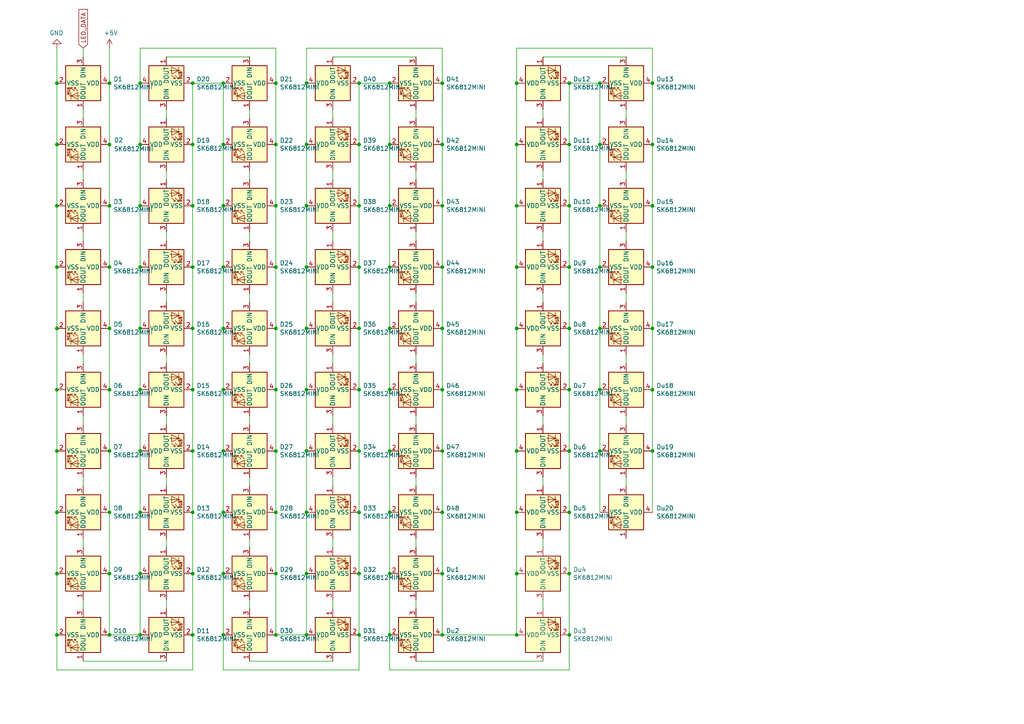
<source format=kicad_sch>
(kicad_sch (version 20211123) (generator eeschema)
  (paper "A4")
  (lib_symbols
    (symbol "LED:SK6812MINI" (pin_names (offset 0.254))
      (property "Reference" "D" (at 5.08 5.715 0))
      (property "Value" "SK6812MINI" (at 1.27 -5.715 0))
      (symbol "SK6812MINI_0_0"
        (text "RGB" (at 2.286 -4.191 0) (effects (font (size 0.762 0.762))))
      )
      (symbol "SK6812MINI_0_1"
        (polyline (pts (xy 1.27 -3.556) (xy 1.778 -3.556)))
        (polyline (pts (xy 1.27 -2.54) (xy 1.778 -2.54)))
        (polyline (pts (xy 4.699 -3.556) (xy 2.667 -3.556)))
        (polyline (pts (xy 2.286 -2.54) (xy 1.27 -3.556) (xy 1.27 -3.048)))
        (polyline (pts (xy 2.286 -1.524) (xy 1.27 -2.54) (xy 1.27 -2.032)))
        (polyline (pts (xy 3.683 -1.016) (xy 3.683 -3.556) (xy 3.683 -4.064)))
        (polyline (pts (xy 4.699 -1.524) (xy 2.667 -1.524) (xy 3.683 -3.556) (xy 4.699 -1.524)))
        (rectangle (start 5.08 5.08) (end -5.08 -5.08) (stroke (width 0.254)) (fill (type background)))
      )
      (symbol "SK6812MINI_1_1"
        (pin output line (at 7.62 0 180) (length 2.54) (name "DOUT") (number "1"))
        (pin power_in line (at 0 -7.62 90) (length 2.54) (name "VSS") (number "2"))
        (pin input line (at -7.62 0 0) (length 2.54) (name "DIN") (number "3"))
        (pin power_in line (at 0 7.62 270) (length 2.54) (name "VDD") (number "4"))
      )
    )
    (symbol "power:+5V" (power) (pin_names (offset 0))
      (property "Value" "+5V" (at 0 3.556 0))
      (symbol "+5V_0_1"
        (polyline (pts (xy -0.762 1.27) (xy 0 2.54)))
        (polyline (pts (xy 0 0) (xy 0 2.54)))
        (polyline (pts (xy 0 2.54) (xy 0.762 1.27)))
      )
      (symbol "+5V_1_1"
        (pin power_in line (at 0 0 90) (length 0) hide (name "+5V") (number "1"))
      )
    )
    (symbol "power:GND" (power) (pin_names (offset 0))
      (property "Value" "GND" (at 0 -3.81 0))
      (symbol "GND_0_1"
        (polyline (pts (xy 0 0) (xy 0 -1.27) (xy 1.27 -1.27) (xy 0 -2.54) (xy -1.27 -1.27) (xy 0 -1.27)))
      )
      (symbol "GND_1_1"
        (pin power_in line (at 0 0 270) (length 0) hide (name "GND") (number "1"))
      )
    )
  )
  (junction (at 80.01 166.37))
  (junction (at 31.75 59.69))
  (junction (at 149.86 130.81))
  (junction (at 189.23 77.47))
  (junction (at 31.75 166.37))
  (junction (at 88.9 184.15))
  (junction (at 128.27 41.91))
  (junction (at 16.51 41.91))
  (junction (at 31.75 95.25))
  (junction (at 16.51 184.15))
  (junction (at 88.9 130.81))
  (junction (at 104.14 41.91))
  (junction (at 88.9 95.25))
  (junction (at 64.77 24.13))
  (junction (at 40.64 130.81))
  (junction (at 165.1 113.03))
  (junction (at 165.1 41.91))
  (junction (at 165.1 148.59))
  (junction (at 80.01 77.47))
  (junction (at 64.77 77.47))
  (junction (at 149.86 24.13))
  (junction (at 88.9 77.47))
  (junction (at 173.99 113.03))
  (junction (at 128.27 148.59))
  (junction (at 189.23 130.81))
  (junction (at 80.01 148.59))
  (junction (at 149.86 77.47))
  (junction (at 80.01 24.13))
  (junction (at 149.86 41.91))
  (junction (at 104.14 166.37))
  (junction (at 64.77 113.03))
  (junction (at 128.27 184.15))
  (junction (at 16.51 148.59))
  (junction (at 173.99 95.25))
  (junction (at 128.27 130.81))
  (junction (at 55.88 130.81))
  (junction (at 55.88 41.91))
  (junction (at 55.88 184.15))
  (junction (at 165.1 24.13))
  (junction (at 88.9 24.13))
  (junction (at 104.14 24.13))
  (junction (at 165.1 130.81))
  (junction (at 40.64 184.15))
  (junction (at 16.51 113.03))
  (junction (at 165.1 166.37))
  (junction (at 16.51 130.81))
  (junction (at 173.99 41.91))
  (junction (at 88.9 113.03))
  (junction (at 165.1 77.47))
  (junction (at 104.14 113.03))
  (junction (at 104.14 148.59))
  (junction (at 113.03 77.47))
  (junction (at 31.75 24.13))
  (junction (at 113.03 113.03))
  (junction (at 31.75 148.59))
  (junction (at 104.14 130.81))
  (junction (at 40.64 95.25))
  (junction (at 113.03 59.69))
  (junction (at 189.23 41.91))
  (junction (at 31.75 184.15))
  (junction (at 80.01 130.81))
  (junction (at 149.86 95.25))
  (junction (at 113.03 130.81))
  (junction (at 55.88 59.69))
  (junction (at 31.75 41.91))
  (junction (at 16.51 59.69))
  (junction (at 80.01 41.91))
  (junction (at 16.51 24.13))
  (junction (at 80.01 113.03))
  (junction (at 64.77 41.91))
  (junction (at 173.99 59.69))
  (junction (at 165.1 95.25))
  (junction (at 173.99 77.47))
  (junction (at 113.03 95.25))
  (junction (at 40.64 148.59))
  (junction (at 64.77 166.37))
  (junction (at 173.99 130.81))
  (junction (at 113.03 24.13))
  (junction (at 88.9 41.91))
  (junction (at 128.27 77.47))
  (junction (at 128.27 113.03))
  (junction (at 189.23 95.25))
  (junction (at 31.75 113.03))
  (junction (at 189.23 59.69))
  (junction (at 165.1 184.15))
  (junction (at 88.9 148.59))
  (junction (at 40.64 166.37))
  (junction (at 55.88 24.13))
  (junction (at 16.51 95.25))
  (junction (at 55.88 148.59))
  (junction (at 113.03 41.91))
  (junction (at 165.1 59.69))
  (junction (at 104.14 184.15))
  (junction (at 55.88 166.37))
  (junction (at 64.77 148.59))
  (junction (at 64.77 59.69))
  (junction (at 80.01 59.69))
  (junction (at 149.86 59.69))
  (junction (at 189.23 113.03))
  (junction (at 80.01 184.15))
  (junction (at 104.14 77.47))
  (junction (at 31.75 130.81))
  (junction (at 128.27 59.69))
  (junction (at 40.64 113.03))
  (junction (at 113.03 184.15))
  (junction (at 104.14 95.25))
  (junction (at 113.03 166.37))
  (junction (at 104.14 59.69))
  (junction (at 64.77 184.15))
  (junction (at 88.9 166.37))
  (junction (at 55.88 77.47))
  (junction (at 149.86 148.59))
  (junction (at 128.27 166.37))
  (junction (at 16.51 77.47))
  (junction (at 40.64 41.91))
  (junction (at 55.88 95.25))
  (junction (at 40.64 59.69))
  (junction (at 40.64 77.47))
  (junction (at 128.27 24.13))
  (junction (at 80.01 95.25))
  (junction (at 55.88 113.03))
  (junction (at 64.77 130.81))
  (junction (at 149.86 166.37))
  (junction (at 40.64 24.13))
  (junction (at 31.75 77.47))
  (junction (at 149.86 184.15))
  (junction (at 173.99 24.13))
  (junction (at 189.23 24.13))
  (junction (at 88.9 59.69))
  (junction (at 16.51 166.37))
  (junction (at 64.77 95.25))
  (junction (at 113.03 148.59))
  (junction (at 149.86 113.03))
  (junction (at 128.27 95.25))
  (wire (pts (xy 24.13 85.09) (xy 24.13 87.63)))
  (wire (pts (xy 173.99 77.47) (xy 173.99 95.25)))
  (wire (pts (xy 88.9 113.03) (xy 88.9 95.25)))
  (wire (pts (xy 24.13 173.99) (xy 24.13 176.53)))
  (wire (pts (xy 88.9 77.47) (xy 88.9 59.69)))
  (wire (pts (xy 16.51 148.59) (xy 16.51 166.37)))
  (wire (pts (xy 104.14 194.31) (xy 104.14 184.15)))
  (wire (pts (xy 104.14 95.25) (xy 104.14 77.47)))
  (wire (pts (xy 96.52 52.07) (xy 96.52 49.53)))
  (wire (pts (xy 149.86 95.25) (xy 149.86 77.47)))
  (wire (pts (xy 120.65 138.43) (xy 120.65 140.97)))
  (wire (pts (xy 31.75 95.25) (xy 31.75 113.03)))
  (wire (pts (xy 24.13 13.97) (xy 24.13 16.51)))
  (wire (pts (xy 55.88 41.91) (xy 55.88 24.13)))
  (wire (pts (xy 173.99 130.81) (xy 173.99 148.59)))
  (wire (pts (xy 40.64 59.69) (xy 40.64 41.91)))
  (wire (pts (xy 55.88 130.81) (xy 55.88 113.03)))
  (wire (pts (xy 96.52 173.99) (xy 96.52 176.53)))
  (wire (pts (xy 24.13 138.43) (xy 24.13 140.97)))
  (wire (pts (xy 104.14 148.59) (xy 104.14 130.81)))
  (wire (pts (xy 31.75 148.59) (xy 31.75 166.37)))
  (wire (pts (xy 165.1 41.91) (xy 165.1 24.13)))
  (wire (pts (xy 128.27 166.37) (xy 128.27 184.15)))
  (wire (pts (xy 149.86 41.91) (xy 149.86 24.13)))
  (wire (pts (xy 173.99 113.03) (xy 173.99 130.81)))
  (wire (pts (xy 96.52 120.65) (xy 96.52 123.19)))
  (wire (pts (xy 149.86 13.97) (xy 189.23 13.97)))
  (wire (pts (xy 72.39 49.53) (xy 72.39 52.07)))
  (wire (pts (xy 48.26 176.53) (xy 48.26 173.99)))
  (wire (pts (xy 64.77 77.47) (xy 64.77 95.25)))
  (wire (pts (xy 80.01 130.81) (xy 80.01 148.59)))
  (wire (pts (xy 157.48 173.99) (xy 157.48 176.53)))
  (wire (pts (xy 16.51 13.97) (xy 16.51 24.13)))
  (wire (pts (xy 48.26 69.85) (xy 48.26 67.31)))
  (wire (pts (xy 72.39 120.65) (xy 72.39 123.19)))
  (wire (pts (xy 88.9 59.69) (xy 88.9 41.91)))
  (wire (pts (xy 128.27 59.69) (xy 128.27 77.47)))
  (wire (pts (xy 181.61 67.31) (xy 181.61 69.85)))
  (wire (pts (xy 96.52 138.43) (xy 96.52 140.97)))
  (wire (pts (xy 157.48 31.75) (xy 157.48 34.29)))
  (wire (pts (xy 16.51 194.31) (xy 55.88 194.31)))
  (wire (pts (xy 31.75 166.37) (xy 31.75 184.15)))
  (wire (pts (xy 128.27 13.97) (xy 128.27 24.13)))
  (wire (pts (xy 48.26 105.41) (xy 48.26 102.87)))
  (wire (pts (xy 80.01 95.25) (xy 80.01 113.03)))
  (wire (pts (xy 113.03 194.31) (xy 165.1 194.31)))
  (wire (pts (xy 104.14 59.69) (xy 104.14 41.91)))
  (wire (pts (xy 64.77 194.31) (xy 104.14 194.31)))
  (wire (pts (xy 72.39 156.21) (xy 72.39 158.75)))
  (wire (pts (xy 48.26 16.51) (xy 72.39 16.51)))
  (wire (pts (xy 64.77 130.81) (xy 64.77 148.59)))
  (wire (pts (xy 88.9 24.13) (xy 88.9 13.97)))
  (wire (pts (xy 149.86 24.13) (xy 149.86 13.97)))
  (wire (pts (xy 24.13 156.21) (xy 24.13 158.75)))
  (wire (pts (xy 157.48 67.31) (xy 157.48 69.85)))
  (wire (pts (xy 40.64 13.97) (xy 80.01 13.97)))
  (wire (pts (xy 64.77 59.69) (xy 64.77 77.47)))
  (wire (pts (xy 80.01 59.69) (xy 80.01 77.47)))
  (wire (pts (xy 16.51 95.25) (xy 16.51 113.03)))
  (wire (pts (xy 40.64 113.03) (xy 40.64 95.25)))
  (wire (pts (xy 113.03 24.13) (xy 113.03 41.91)))
  (wire (pts (xy 189.23 77.47) (xy 189.23 95.25)))
  (wire (pts (xy 120.65 120.65) (xy 120.65 123.19)))
  (wire (pts (xy 48.26 158.75) (xy 48.26 156.21)))
  (wire (pts (xy 165.1 59.69) (xy 165.1 41.91)))
  (wire (pts (xy 16.51 113.03) (xy 16.51 130.81)))
  (wire (pts (xy 88.9 184.15) (xy 88.9 166.37)))
  (wire (pts (xy 16.51 166.37) (xy 16.51 184.15)))
  (wire (pts (xy 165.1 77.47) (xy 165.1 59.69)))
  (wire (pts (xy 88.9 13.97) (xy 128.27 13.97)))
  (wire (pts (xy 72.39 85.09) (xy 72.39 87.63)))
  (wire (pts (xy 24.13 120.65) (xy 24.13 123.19)))
  (wire (pts (xy 64.77 148.59) (xy 64.77 166.37)))
  (wire (pts (xy 72.39 191.77) (xy 96.52 191.77)))
  (wire (pts (xy 88.9 148.59) (xy 88.9 130.81)))
  (wire (pts (xy 48.26 52.07) (xy 48.26 49.53)))
  (wire (pts (xy 149.86 148.59) (xy 149.86 130.81)))
  (wire (pts (xy 64.77 24.13) (xy 64.77 41.91)))
  (wire (pts (xy 80.01 41.91) (xy 80.01 59.69)))
  (wire (pts (xy 189.23 59.69) (xy 189.23 77.47)))
  (wire (pts (xy 181.61 120.65) (xy 181.61 123.19)))
  (wire (pts (xy 55.88 95.25) (xy 55.88 77.47)))
  (wire (pts (xy 31.75 24.13) (xy 31.75 41.91)))
  (wire (pts (xy 120.65 31.75) (xy 120.65 34.29)))
  (wire (pts (xy 40.64 148.59) (xy 40.64 130.81)))
  (wire (pts (xy 16.51 130.81) (xy 16.51 148.59)))
  (wire (pts (xy 55.88 166.37) (xy 55.88 148.59)))
  (wire (pts (xy 157.48 102.87) (xy 157.48 105.41)))
  (wire (pts (xy 88.9 130.81) (xy 88.9 113.03)))
  (wire (pts (xy 120.65 156.21) (xy 120.65 158.75)))
  (wire (pts (xy 80.01 148.59) (xy 80.01 166.37)))
  (wire (pts (xy 96.52 102.87) (xy 96.52 105.41)))
  (wire (pts (xy 189.23 41.91) (xy 189.23 59.69)))
  (wire (pts (xy 55.88 148.59) (xy 55.88 130.81)))
  (wire (pts (xy 24.13 67.31) (xy 24.13 69.85)))
  (wire (pts (xy 104.14 184.15) (xy 104.14 166.37)))
  (wire (pts (xy 113.03 166.37) (xy 113.03 184.15)))
  (wire (pts (xy 55.88 24.13) (xy 64.77 24.13)))
  (wire (pts (xy 40.64 41.91) (xy 40.64 24.13)))
  (wire (pts (xy 165.1 184.15) (xy 165.1 194.31)))
  (wire (pts (xy 40.64 130.81) (xy 40.64 113.03)))
  (wire (pts (xy 165.1 113.03) (xy 165.1 95.25)))
  (wire (pts (xy 173.99 24.13) (xy 173.99 41.91)))
  (wire (pts (xy 149.86 77.47) (xy 149.86 59.69)))
  (wire (pts (xy 96.52 85.09) (xy 96.52 87.63)))
  (wire (pts (xy 80.01 24.13) (xy 80.01 41.91)))
  (wire (pts (xy 24.13 49.53) (xy 24.13 52.07)))
  (wire (pts (xy 80.01 184.15) (xy 88.9 184.15)))
  (wire (pts (xy 64.77 184.15) (xy 64.77 194.31)))
  (wire (pts (xy 120.65 67.31) (xy 120.65 69.85)))
  (wire (pts (xy 128.27 130.81) (xy 128.27 148.59)))
  (wire (pts (xy 189.23 130.81) (xy 189.23 148.59)))
  (wire (pts (xy 181.61 85.09) (xy 181.61 87.63)))
  (wire (pts (xy 181.61 49.53) (xy 181.61 52.07)))
  (wire (pts (xy 157.48 16.51) (xy 181.61 16.51)))
  (wire (pts (xy 80.01 77.47) (xy 80.01 95.25)))
  (wire (pts (xy 173.99 41.91) (xy 173.99 59.69)))
  (wire (pts (xy 48.26 87.63) (xy 48.26 85.09)))
  (wire (pts (xy 128.27 95.25) (xy 128.27 113.03)))
  (wire (pts (xy 128.27 24.13) (xy 128.27 41.91)))
  (wire (pts (xy 96.52 16.51) (xy 120.65 16.51)))
  (wire (pts (xy 157.48 138.43) (xy 157.48 140.97)))
  (wire (pts (xy 165.1 24.13) (xy 173.99 24.13)))
  (wire (pts (xy 189.23 13.97) (xy 189.23 24.13)))
  (wire (pts (xy 72.39 138.43) (xy 72.39 140.97)))
  (wire (pts (xy 149.86 184.15) (xy 149.86 166.37)))
  (wire (pts (xy 72.39 31.75) (xy 72.39 34.29)))
  (wire (pts (xy 72.39 102.87) (xy 72.39 105.41)))
  (wire (pts (xy 64.77 113.03) (xy 64.77 130.81)))
  (wire (pts (xy 189.23 24.13) (xy 189.23 41.91)))
  (wire (pts (xy 113.03 113.03) (xy 113.03 130.81)))
  (wire (pts (xy 113.03 59.69) (xy 113.03 77.47)))
  (wire (pts (xy 48.26 140.97) (xy 48.26 138.43)))
  (wire (pts (xy 55.88 184.15) (xy 55.88 166.37)))
  (wire (pts (xy 104.14 166.37) (xy 104.14 148.59)))
  (wire (pts (xy 104.14 113.03) (xy 104.14 95.25)))
  (wire (pts (xy 189.23 95.25) (xy 189.23 113.03)))
  (wire (pts (xy 149.86 113.03) (xy 149.86 95.25)))
  (wire (pts (xy 72.39 173.99) (xy 72.39 176.53)))
  (wire (pts (xy 173.99 59.69) (xy 173.99 77.47)))
  (wire (pts (xy 64.77 166.37) (xy 64.77 184.15)))
  (wire (pts (xy 96.52 34.29) (xy 96.52 31.75)))
  (wire (pts (xy 149.86 166.37) (xy 149.86 148.59)))
  (wire (pts (xy 31.75 59.69) (xy 31.75 77.47)))
  (wire (pts (xy 48.26 34.29) (xy 48.26 31.75)))
  (wire (pts (xy 181.61 31.75) (xy 181.61 34.29)))
  (wire (pts (xy 113.03 41.91) (xy 113.03 59.69)))
  (wire (pts (xy 149.86 59.69) (xy 149.86 41.91)))
  (wire (pts (xy 189.23 113.03) (xy 189.23 130.81)))
  (wire (pts (xy 96.52 67.31) (xy 96.52 69.85)))
  (wire (pts (xy 157.48 85.09) (xy 157.48 87.63)))
  (wire (pts (xy 104.14 24.13) (xy 113.03 24.13)))
  (wire (pts (xy 113.03 148.59) (xy 113.03 166.37)))
  (wire (pts (xy 165.1 95.25) (xy 165.1 77.47)))
  (wire (pts (xy 120.65 173.99) (xy 120.65 176.53)))
  (wire (pts (xy 80.01 113.03) (xy 80.01 130.81)))
  (wire (pts (xy 31.75 77.47) (xy 31.75 95.25)))
  (wire (pts (xy 88.9 41.91) (xy 88.9 24.13)))
  (wire (pts (xy 31.75 13.97) (xy 31.75 24.13)))
  (wire (pts (xy 31.75 113.03) (xy 31.75 130.81)))
  (wire (pts (xy 16.51 184.15) (xy 16.51 194.31)))
  (wire (pts (xy 88.9 95.25) (xy 88.9 77.47)))
  (wire (pts (xy 128.27 77.47) (xy 128.27 95.25)))
  (wire (pts (xy 24.13 191.77) (xy 48.26 191.77)))
  (wire (pts (xy 16.51 24.13) (xy 16.51 41.91)))
  (wire (pts (xy 104.14 130.81) (xy 104.14 113.03)))
  (wire (pts (xy 40.64 184.15) (xy 40.64 166.37)))
  (wire (pts (xy 120.65 102.87) (xy 120.65 105.41)))
  (wire (pts (xy 88.9 166.37) (xy 88.9 148.59)))
  (wire (pts (xy 40.64 77.47) (xy 40.64 59.69)))
  (wire (pts (xy 24.13 31.75) (xy 24.13 34.29)))
  (wire (pts (xy 157.48 49.53) (xy 157.48 52.07)))
  (wire (pts (xy 55.88 59.69) (xy 55.88 41.91)))
  (wire (pts (xy 165.1 130.81) (xy 165.1 113.03)))
  (wire (pts (xy 120.65 191.77) (xy 157.48 191.77)))
  (wire (pts (xy 48.26 123.19) (xy 48.26 120.65)))
  (wire (pts (xy 64.77 41.91) (xy 64.77 59.69)))
  (wire (pts (xy 40.64 24.13) (xy 40.64 13.97)))
  (wire (pts (xy 16.51 77.47) (xy 16.51 95.25)))
  (wire (pts (xy 55.88 77.47) (xy 55.88 59.69)))
  (wire (pts (xy 40.64 95.25) (xy 40.64 77.47)))
  (wire (pts (xy 181.61 138.43) (xy 181.61 140.97)))
  (wire (pts (xy 128.27 113.03) (xy 128.27 130.81)))
  (wire (pts (xy 16.51 59.69) (xy 16.51 77.47)))
  (wire (pts (xy 24.13 102.87) (xy 24.13 105.41)))
  (wire (pts (xy 120.65 49.53) (xy 120.65 52.07)))
  (wire (pts (xy 128.27 184.15) (xy 149.86 184.15)))
  (wire (pts (xy 64.77 95.25) (xy 64.77 113.03)))
  (wire (pts (xy 104.14 41.91) (xy 104.14 24.13)))
  (wire (pts (xy 149.86 130.81) (xy 149.86 113.03)))
  (wire (pts (xy 113.03 77.47) (xy 113.03 95.25)))
  (wire (pts (xy 72.39 67.31) (xy 72.39 69.85)))
  (wire (pts (xy 165.1 166.37) (xy 165.1 148.59)))
  (wire (pts (xy 128.27 41.91) (xy 128.27 59.69)))
  (wire (pts (xy 55.88 113.03) (xy 55.88 95.25)))
  (wire (pts (xy 113.03 184.15) (xy 113.03 194.31)))
  (wire (pts (xy 173.99 95.25) (xy 173.99 113.03)))
  (wire (pts (xy 16.51 41.91) (xy 16.51 59.69)))
  (wire (pts (xy 80.01 13.97) (xy 80.01 24.13)))
  (wire (pts (xy 31.75 41.91) (xy 31.75 59.69)))
  (wire (pts (xy 113.03 95.25) (xy 113.03 113.03)))
  (wire (pts (xy 113.03 130.81) (xy 113.03 148.59)))
  (wire (pts (xy 157.48 120.65) (xy 157.48 123.19)))
  (wire (pts (xy 165.1 184.15) (xy 165.1 166.37)))
  (wire (pts (xy 120.65 85.09) (xy 120.65 87.63)))
  (wire (pts (xy 80.01 166.37) (xy 80.01 184.15)))
  (wire (pts (xy 165.1 148.59) (xy 165.1 130.81)))
  (wire (pts (xy 96.52 156.21) (xy 96.52 158.75)))
  (wire (pts (xy 31.75 130.81) (xy 31.75 148.59)))
  (wire (pts (xy 128.27 148.59) (xy 128.27 166.37)))
  (wire (pts (xy 31.75 184.15) (xy 40.64 184.15)))
  (wire (pts (xy 157.48 156.21) (xy 157.48 158.75)))
  (wire (pts (xy 55.88 194.31) (xy 55.88 184.15)))
  (wire (pts (xy 40.64 166.37) (xy 40.64 148.59)))
  (wire (pts (xy 181.61 102.87) (xy 181.61 105.41)))
  (wire (pts (xy 104.14 77.47) (xy 104.14 59.69)))
  (global_label "LED_DATA" (shape input) (at 24.13 13.97 90) (property "Intersheet References" "${INTERSHEET_REFS}" (effects hide)))
  (symbol (lib_id "LED:SK6812MINI") (at 181.61 77.47 270) (unit 1)
    (property "Reference" "Du16" (at 190.3476 76.3016 90) (effects (justify left)))
    (property "Value" "SK6812MINI" (at 190.3476 78.613 90) (effects (justify left)))
    (property "Footprint" "Keebio-Parts:WS2812B-4020" (effects hide))
    (property "Datasheet" "https://cdn-shop.adafruit.com/product-files/2686/SK6812MINI_REV.01-1-2.pdf" (effects hide))
  )
  (symbol (lib_id "LED:SK6812MINI") (at 120.65 113.03 270) (unit 1)
    (property "Reference" "D46" (at 129.3876 111.8616 90) (effects (justify left)))
    (property "Value" "SK6812MINI" (at 129.3876 114.173 90) (effects (justify left)))
    (property "Footprint" "Keebio-Parts:SK6812-MINI-E" (effects hide))
    (property "Datasheet" "https://cdn-shop.adafruit.com/product-files/2686/SK6812MINI_REV.01-1-2.pdf" (effects hide))
  )
  (symbol (lib_id "LED:SK6812MINI") (at 48.26 166.37 90) (unit 1)
    (property "Reference" "D12" (at 56.9976 165.2016 90) (effects (justify right)))
    (property "Value" "SK6812MINI" (at 56.9976 167.513 90) (effects (justify right)))
    (property "Footprint" "Keebio-Parts:SK6812-MINI-E" (effects hide))
    (property "Datasheet" "https://cdn-shop.adafruit.com/product-files/2686/SK6812MINI_REV.01-1-2.pdf" (effects hide))
  )
  (symbol (lib_id "LED:SK6812MINI") (at 72.39 95.25 270) (unit 1)
    (property "Reference" "D25" (at 81.1276 94.0816 90) (effects (justify left)))
    (property "Value" "SK6812MINI" (at 81.1276 96.393 90) (effects (justify left)))
    (property "Footprint" "Keebio-Parts:SK6812-MINI-E" (effects hide))
    (property "Datasheet" "https://cdn-shop.adafruit.com/product-files/2686/SK6812MINI_REV.01-1-2.pdf" (effects hide))
  )
  (symbol (lib_id "LED:SK6812MINI") (at 96.52 148.59 90) (unit 1)
    (property "Reference" "D33" (at 105.2576 147.4216 90) (effects (justify right)))
    (property "Value" "SK6812MINI" (at 105.2576 149.733 90) (effects (justify right)))
    (property "Footprint" "Keebio-Parts:SK6812-MINI-E" (effects hide))
    (property "Datasheet" "https://cdn-shop.adafruit.com/product-files/2686/SK6812MINI_REV.01-1-2.pdf" (effects hide))
  )
  (symbol (lib_id "LED:SK6812MINI") (at 157.48 77.47 90) (unit 1)
    (property "Reference" "Du9" (at 166.2176 76.3016 90) (effects (justify right)))
    (property "Value" "SK6812MINI" (at 166.2176 78.613 90) (effects (justify right)))
    (property "Footprint" "Keebio-Parts:WS2812B-4020" (effects hide))
    (property "Datasheet" "https://cdn-shop.adafruit.com/product-files/2686/SK6812MINI_REV.01-1-2.pdf" (effects hide))
  )
  (symbol (lib_id "LED:SK6812MINI") (at 181.61 41.91 270) (unit 1)
    (property "Reference" "Du14" (at 190.3476 40.7416 90) (effects (justify left)))
    (property "Value" "SK6812MINI" (at 190.3476 43.053 90) (effects (justify left)))
    (property "Footprint" "Keebio-Parts:WS2812B-4020" (effects hide))
    (property "Datasheet" "https://cdn-shop.adafruit.com/product-files/2686/SK6812MINI_REV.01-1-2.pdf" (effects hide))
  )
  (symbol (lib_id "LED:SK6812MINI") (at 96.52 77.47 90) (unit 1)
    (property "Reference" "D37" (at 105.2576 76.3016 90) (effects (justify right)))
    (property "Value" "SK6812MINI" (at 105.2576 78.613 90) (effects (justify right)))
    (property "Footprint" "Keebio-Parts:SK6812-MINI-E" (effects hide))
    (property "Datasheet" "https://cdn-shop.adafruit.com/product-files/2686/SK6812MINI_REV.01-1-2.pdf" (effects hide))
  )
  (symbol (lib_id "LED:SK6812MINI") (at 181.61 24.13 270) (unit 1)
    (property "Reference" "Du13" (at 190.3476 22.9616 90) (effects (justify left)))
    (property "Value" "SK6812MINI" (at 190.3476 25.273 90) (effects (justify left)))
    (property "Footprint" "Keebio-Parts:WS2812B-4020" (effects hide))
    (property "Datasheet" "https://cdn-shop.adafruit.com/product-files/2686/SK6812MINI_REV.01-1-2.pdf" (effects hide))
  )
  (symbol (lib_id "LED:SK6812MINI") (at 48.26 130.81 90) (unit 1)
    (property "Reference" "D14" (at 56.9976 129.6416 90) (effects (justify right)))
    (property "Value" "SK6812MINI" (at 56.9976 131.953 90) (effects (justify right)))
    (property "Footprint" "Keebio-Parts:SK6812-MINI-E" (effects hide))
    (property "Datasheet" "https://cdn-shop.adafruit.com/product-files/2686/SK6812MINI_REV.01-1-2.pdf" (effects hide))
  )
  (symbol (lib_id "LED:SK6812MINI") (at 72.39 41.91 270) (unit 1)
    (property "Reference" "D22" (at 81.1276 40.7416 90) (effects (justify left)))
    (property "Value" "SK6812MINI" (at 81.1276 43.053 90) (effects (justify left)))
    (property "Footprint" "Keebio-Parts:SK6812-MINI-E" (effects hide))
    (property "Datasheet" "https://cdn-shop.adafruit.com/product-files/2686/SK6812MINI_REV.01-1-2.pdf" (effects hide))
  )
  (symbol (lib_id "LED:SK6812MINI") (at 157.48 130.81 90) (unit 1)
    (property "Reference" "Du6" (at 166.2176 129.6416 90) (effects (justify right)))
    (property "Value" "SK6812MINI" (at 166.2176 131.953 90) (effects (justify right)))
    (property "Footprint" "Keebio-Parts:WS2812B-4020" (effects hide))
    (property "Datasheet" "https://cdn-shop.adafruit.com/product-files/2686/SK6812MINI_REV.01-1-2.pdf" (effects hide))
  )
  (symbol (lib_id "LED:SK6812MINI") (at 157.48 113.03 90) (unit 1)
    (property "Reference" "Du7" (at 166.2176 111.8616 90) (effects (justify right)))
    (property "Value" "SK6812MINI" (at 166.2176 114.173 90) (effects (justify right)))
    (property "Footprint" "Keebio-Parts:WS2812B-4020" (effects hide))
    (property "Datasheet" "https://cdn-shop.adafruit.com/product-files/2686/SK6812MINI_REV.01-1-2.pdf" (effects hide))
  )
  (symbol (lib_id "LED:SK6812MINI") (at 72.39 59.69 270) (unit 1)
    (property "Reference" "D23" (at 81.1276 58.5216 90) (effects (justify left)))
    (property "Value" "SK6812MINI" (at 81.1276 60.833 90) (effects (justify left)))
    (property "Footprint" "Keebio-Parts:SK6812-MINI-E" (effects hide))
    (property "Datasheet" "https://cdn-shop.adafruit.com/product-files/2686/SK6812MINI_REV.01-1-2.pdf" (effects hide))
  )
  (symbol (lib_id "LED:SK6812MINI") (at 120.65 24.13 270) (unit 1)
    (property "Reference" "D41" (at 129.3876 22.9616 90) (effects (justify left)))
    (property "Value" "SK6812MINI" (at 129.3876 25.273 90) (effects (justify left)))
    (property "Footprint" "Keebio-Parts:SK6812-MINI-E" (effects hide))
    (property "Datasheet" "https://cdn-shop.adafruit.com/product-files/2686/SK6812MINI_REV.01-1-2.pdf" (effects hide))
  )
  (symbol (lib_id "LED:SK6812MINI") (at 24.13 24.13 270) (unit 1)
    (property "Reference" "D1" (at 32.8676 22.9616 90) (effects (justify left)))
    (property "Value" "SK6812MINI" (at 32.8676 25.273 90) (effects (justify left)))
    (property "Footprint" "Keebio-Parts:SK6812-MINI-E" (effects hide))
    (property "Datasheet" "https://cdn-shop.adafruit.com/product-files/2686/SK6812MINI_REV.01-1-2.pdf" (effects hide))
  )
  (symbol (lib_id "LED:SK6812MINI") (at 120.65 95.25 270) (unit 1)
    (property "Reference" "D45" (at 129.3876 94.0816 90) (effects (justify left)))
    (property "Value" "SK6812MINI" (at 129.3876 96.393 90) (effects (justify left)))
    (property "Footprint" "Keebio-Parts:SK6812-MINI-E" (effects hide))
    (property "Datasheet" "https://cdn-shop.adafruit.com/product-files/2686/SK6812MINI_REV.01-1-2.pdf" (effects hide))
  )
  (symbol (lib_id "LED:SK6812MINI") (at 120.65 148.59 270) (unit 1)
    (property "Reference" "D48" (at 129.3876 147.4216 90) (effects (justify left)))
    (property "Value" "SK6812MINI" (at 129.3876 149.733 90) (effects (justify left)))
    (property "Footprint" "Keebio-Parts:SK6812-MINI-E" (effects hide))
    (property "Datasheet" "https://cdn-shop.adafruit.com/product-files/2686/SK6812MINI_REV.01-1-2.pdf" (effects hide))
  )
  (symbol (lib_id "LED:SK6812MINI") (at 24.13 113.03 270) (unit 1)
    (property "Reference" "D6" (at 32.8676 111.8616 90) (effects (justify left)))
    (property "Value" "SK6812MINI" (at 32.8676 114.173 90) (effects (justify left)))
    (property "Footprint" "Keebio-Parts:SK6812-MINI-E" (effects hide))
    (property "Datasheet" "https://cdn-shop.adafruit.com/product-files/2686/SK6812MINI_REV.01-1-2.pdf" (effects hide))
  )
  (symbol (lib_id "LED:SK6812MINI") (at 181.61 113.03 270) (unit 1)
    (property "Reference" "Du18" (at 190.3476 111.8616 90) (effects (justify left)))
    (property "Value" "SK6812MINI" (at 190.3476 114.173 90) (effects (justify left)))
    (property "Footprint" "Keebio-Parts:WS2812B-4020" (effects hide))
    (property "Datasheet" "https://cdn-shop.adafruit.com/product-files/2686/SK6812MINI_REV.01-1-2.pdf" (effects hide))
  )
  (symbol (lib_id "LED:SK6812MINI") (at 96.52 166.37 90) (unit 1)
    (property "Reference" "D32" (at 105.2576 165.2016 90) (effects (justify right)))
    (property "Value" "SK6812MINI" (at 105.2576 167.513 90) (effects (justify right)))
    (property "Footprint" "Keebio-Parts:SK6812-MINI-E" (effects hide))
    (property "Datasheet" "https://cdn-shop.adafruit.com/product-files/2686/SK6812MINI_REV.01-1-2.pdf" (effects hide))
  )
  (symbol (lib_id "LED:SK6812MINI") (at 24.13 41.91 270) (unit 1)
    (property "Reference" "D2" (at 33.02 40.64 90) (effects (justify left)))
    (property "Value" "SK6812MINI" (at 33.02 43.18 90) (effects (justify left)))
    (property "Footprint" "Keebio-Parts:SK6812-MINI-E" (effects hide))
    (property "Datasheet" "https://cdn-shop.adafruit.com/product-files/2686/SK6812MINI_REV.01-1-2.pdf" (effects hide))
  )
  (symbol (lib_id "LED:SK6812MINI") (at 157.48 184.15 90) (unit 1)
    (property "Reference" "Du3" (at 166.2176 182.9816 90) (effects (justify right)))
    (property "Value" "SK6812MINI" (at 166.2176 185.293 90) (effects (justify right)))
    (property "Footprint" "Keebio-Parts:WS2812B-4020" (effects hide))
    (property "Datasheet" "https://cdn-shop.adafruit.com/product-files/2686/SK6812MINI_REV.01-1-2.pdf" (effects hide))
  )
  (symbol (lib_id "power:+5V") (at 31.75 13.97 0) (unit 1)
    (property "Reference" "#PWR0112" (effects hide))
    (property "Value" "+5V" (at 32.131 9.5758 0))
  )
  (symbol (lib_id "LED:SK6812MINI") (at 48.26 95.25 90) (unit 1)
    (property "Reference" "D16" (at 56.9976 94.0816 90) (effects (justify right)))
    (property "Value" "SK6812MINI" (at 56.9976 96.393 90) (effects (justify right)))
    (property "Footprint" "Keebio-Parts:SK6812-MINI-E" (effects hide))
    (property "Datasheet" "https://cdn-shop.adafruit.com/product-files/2686/SK6812MINI_REV.01-1-2.pdf" (effects hide))
  )
  (symbol (lib_id "LED:SK6812MINI") (at 96.52 59.69 90) (unit 1)
    (property "Reference" "D38" (at 105.2576 58.5216 90) (effects (justify right)))
    (property "Value" "SK6812MINI" (at 105.2576 60.833 90) (effects (justify right)))
    (property "Footprint" "Keebio-Parts:SK6812-MINI-E" (effects hide))
    (property "Datasheet" "https://cdn-shop.adafruit.com/product-files/2686/SK6812MINI_REV.01-1-2.pdf" (effects hide))
  )
  (symbol (lib_id "LED:SK6812MINI") (at 157.48 59.69 90) (unit 1)
    (property "Reference" "Du10" (at 166.2176 58.5216 90) (effects (justify right)))
    (property "Value" "SK6812MINI" (at 166.2176 60.833 90) (effects (justify right)))
    (property "Footprint" "Keebio-Parts:WS2812B-4020" (effects hide))
    (property "Datasheet" "https://cdn-shop.adafruit.com/product-files/2686/SK6812MINI_REV.01-1-2.pdf" (effects hide))
  )
  (symbol (lib_id "LED:SK6812MINI") (at 72.39 24.13 270) (unit 1)
    (property "Reference" "D21" (at 81.1276 22.9616 90) (effects (justify left)))
    (property "Value" "SK6812MINI" (at 81.1276 25.273 90) (effects (justify left)))
    (property "Footprint" "Keebio-Parts:SK6812-MINI-E" (effects hide))
    (property "Datasheet" "https://cdn-shop.adafruit.com/product-files/2686/SK6812MINI_REV.01-1-2.pdf" (effects hide))
  )
  (symbol (lib_id "LED:SK6812MINI") (at 96.52 95.25 90) (unit 1)
    (property "Reference" "D36" (at 105.2576 94.0816 90) (effects (justify right)))
    (property "Value" "SK6812MINI" (at 105.2576 96.393 90) (effects (justify right)))
    (property "Footprint" "Keebio-Parts:SK6812-MINI-E" (effects hide))
    (property "Datasheet" "https://cdn-shop.adafruit.com/product-files/2686/SK6812MINI_REV.01-1-2.pdf" (effects hide))
  )
  (symbol (lib_id "LED:SK6812MINI") (at 48.26 41.91 90) (unit 1)
    (property "Reference" "D19" (at 56.9976 40.7416 90) (effects (justify right)))
    (property "Value" "SK6812MINI" (at 56.9976 43.053 90) (effects (justify right)))
    (property "Footprint" "Keebio-Parts:SK6812-MINI-E" (effects hide))
    (property "Datasheet" "https://cdn-shop.adafruit.com/product-files/2686/SK6812MINI_REV.01-1-2.pdf" (effects hide))
  )
  (symbol (lib_id "LED:SK6812MINI") (at 24.13 184.15 270) (unit 1)
    (property "Reference" "D10" (at 32.8676 182.9816 90) (effects (justify left)))
    (property "Value" "SK6812MINI" (at 32.8676 185.293 90) (effects (justify left)))
    (property "Footprint" "Keebio-Parts:SK6812-MINI-E" (effects hide))
    (property "Datasheet" "https://cdn-shop.adafruit.com/product-files/2686/SK6812MINI_REV.01-1-2.pdf" (effects hide))
  )
  (symbol (lib_id "LED:SK6812MINI") (at 120.65 59.69 270) (unit 1)
    (property "Reference" "D43" (at 129.3876 58.5216 90) (effects (justify left)))
    (property "Value" "SK6812MINI" (at 129.3876 60.833 90) (effects (justify left)))
    (property "Footprint" "Keebio-Parts:SK6812-MINI-E" (effects hide))
    (property "Datasheet" "https://cdn-shop.adafruit.com/product-files/2686/SK6812MINI_REV.01-1-2.pdf" (effects hide))
  )
  (symbol (lib_id "LED:SK6812MINI") (at 157.48 166.37 90) (unit 1)
    (property "Reference" "Du4" (at 166.2176 165.2016 90) (effects (justify right)))
    (property "Value" "SK6812MINI" (at 166.2176 167.513 90) (effects (justify right)))
    (property "Footprint" "Keebio-Parts:WS2812B-4020" (effects hide))
    (property "Datasheet" "https://cdn-shop.adafruit.com/product-files/2686/SK6812MINI_REV.01-1-2.pdf" (effects hide))
  )
  (symbol (lib_id "LED:SK6812MINI") (at 96.52 41.91 90) (unit 1)
    (property "Reference" "D39" (at 105.2576 40.7416 90) (effects (justify right)))
    (property "Value" "SK6812MINI" (at 105.2576 43.053 90) (effects (justify right)))
    (property "Footprint" "Keebio-Parts:SK6812-MINI-E" (effects hide))
    (property "Datasheet" "https://cdn-shop.adafruit.com/product-files/2686/SK6812MINI_REV.01-1-2.pdf" (effects hide))
  )
  (symbol (lib_id "LED:SK6812MINI") (at 72.39 166.37 270) (unit 1)
    (property "Reference" "D29" (at 81.1276 165.2016 90) (effects (justify left)))
    (property "Value" "SK6812MINI" (at 81.1276 167.513 90) (effects (justify left)))
    (property "Footprint" "Keebio-Parts:SK6812-MINI-E" (effects hide))
    (property "Datasheet" "https://cdn-shop.adafruit.com/product-files/2686/SK6812MINI_REV.01-1-2.pdf" (effects hide))
  )
  (symbol (lib_id "LED:SK6812MINI") (at 181.61 148.59 270) (unit 1)
    (property "Reference" "Du20" (at 190.3476 147.4216 90) (effects (justify left)))
    (property "Value" "SK6812MINI" (at 190.3476 149.733 90) (effects (justify left)))
    (property "Footprint" "Keebio-Parts:WS2812B-4020" (effects hide))
    (property "Datasheet" "https://cdn-shop.adafruit.com/product-files/2686/SK6812MINI_REV.01-1-2.pdf" (effects hide))
  )
  (symbol (lib_id "LED:SK6812MINI") (at 96.52 24.13 90) (unit 1)
    (property "Reference" "D40" (at 105.2576 22.9616 90) (effects (justify right)))
    (property "Value" "SK6812MINI" (at 105.2576 25.273 90) (effects (justify right)))
    (property "Footprint" "Keebio-Parts:SK6812-MINI-E" (effects hide))
    (property "Datasheet" "https://cdn-shop.adafruit.com/product-files/2686/SK6812MINI_REV.01-1-2.pdf" (effects hide))
  )
  (symbol (lib_id "LED:SK6812MINI") (at 120.65 184.15 270) (unit 1)
    (property "Reference" "Du2" (at 129.3876 182.9816 90) (effects (justify left)))
    (property "Value" "SK6812MINI" (at 129.3876 185.293 90) (effects (justify left)))
    (property "Footprint" "Keebio-Parts:WS2812B-4020" (effects hide))
    (property "Datasheet" "https://cdn-shop.adafruit.com/product-files/2686/SK6812MINI_REV.01-1-2.pdf" (effects hide))
  )
  (symbol (lib_id "LED:SK6812MINI") (at 72.39 113.03 270) (unit 1)
    (property "Reference" "D26" (at 81.1276 111.8616 90) (effects (justify left)))
    (property "Value" "SK6812MINI" (at 81.1276 114.173 90) (effects (justify left)))
    (property "Footprint" "Keebio-Parts:SK6812-MINI-E" (effects hide))
    (property "Datasheet" "https://cdn-shop.adafruit.com/product-files/2686/SK6812MINI_REV.01-1-2.pdf" (effects hide))
  )
  (symbol (lib_id "LED:SK6812MINI") (at 24.13 130.81 270) (unit 1)
    (property "Reference" "D7" (at 32.8676 129.6416 90) (effects (justify left)))
    (property "Value" "SK6812MINI" (at 32.8676 131.953 90) (effects (justify left)))
    (property "Footprint" "Keebio-Parts:SK6812-MINI-E" (effects hide))
    (property "Datasheet" "https://cdn-shop.adafruit.com/product-files/2686/SK6812MINI_REV.01-1-2.pdf" (effects hide))
  )
  (symbol (lib_id "LED:SK6812MINI") (at 48.26 24.13 90) (unit 1)
    (property "Reference" "D20" (at 56.9976 22.9616 90) (effects (justify right)))
    (property "Value" "SK6812MINI" (at 56.9976 25.273 90) (effects (justify right)))
    (property "Footprint" "Keebio-Parts:SK6812-MINI-E" (effects hide))
    (property "Datasheet" "https://cdn-shop.adafruit.com/product-files/2686/SK6812MINI_REV.01-1-2.pdf" (effects hide))
  )
  (symbol (lib_id "LED:SK6812MINI") (at 24.13 59.69 270) (unit 1)
    (property "Reference" "D3" (at 32.8676 58.5216 90) (effects (justify left)))
    (property "Value" "SK6812MINI" (at 32.8676 60.833 90) (effects (justify left)))
    (property "Footprint" "Keebio-Parts:SK6812-MINI-E" (effects hide))
    (property "Datasheet" "https://cdn-shop.adafruit.com/product-files/2686/SK6812MINI_REV.01-1-2.pdf" (effects hide))
  )
  (symbol (lib_id "LED:SK6812MINI") (at 181.61 95.25 270) (unit 1)
    (property "Reference" "Du17" (at 190.3476 94.0816 90) (effects (justify left)))
    (property "Value" "SK6812MINI" (at 190.3476 96.393 90) (effects (justify left)))
    (property "Footprint" "Keebio-Parts:WS2812B-4020" (effects hide))
    (property "Datasheet" "https://cdn-shop.adafruit.com/product-files/2686/SK6812MINI_REV.01-1-2.pdf" (effects hide))
  )
  (symbol (lib_id "power:GND") (at 16.51 13.97 180) (unit 1)
    (property "Reference" "#PWR0113" (effects hide))
    (property "Value" "GND" (at 16.383 9.5758 0))
  )
  (symbol (lib_id "LED:SK6812MINI") (at 72.39 184.15 270) (unit 1)
    (property "Reference" "D30" (at 81.1276 182.9816 90) (effects (justify left)))
    (property "Value" "SK6812MINI" (at 81.1276 185.293 90) (effects (justify left)))
    (property "Footprint" "Keebio-Parts:SK6812-MINI-E" (effects hide))
    (property "Datasheet" "https://cdn-shop.adafruit.com/product-files/2686/SK6812MINI_REV.01-1-2.pdf" (effects hide))
  )
  (symbol (lib_id "LED:SK6812MINI") (at 120.65 166.37 270) (unit 1)
    (property "Reference" "Du1" (at 129.3876 165.2016 90) (effects (justify left)))
    (property "Value" "SK6812MINI" (at 129.3876 167.513 90) (effects (justify left)))
    (property "Footprint" "Keebio-Parts:WS2812B-4020" (effects hide))
    (property "Datasheet" "https://cdn-shop.adafruit.com/product-files/2686/SK6812MINI_REV.01-1-2.pdf" (effects hide))
  )
  (symbol (lib_id "LED:SK6812MINI") (at 24.13 166.37 270) (unit 1)
    (property "Reference" "D9" (at 32.8676 165.2016 90) (effects (justify left)))
    (property "Value" "SK6812MINI" (at 32.8676 167.513 90) (effects (justify left)))
    (property "Footprint" "Keebio-Parts:SK6812-MINI-E" (effects hide))
    (property "Datasheet" "https://cdn-shop.adafruit.com/product-files/2686/SK6812MINI_REV.01-1-2.pdf" (effects hide))
  )
  (symbol (lib_id "LED:SK6812MINI") (at 48.26 59.69 90) (unit 1)
    (property "Reference" "D18" (at 56.9976 58.5216 90) (effects (justify right)))
    (property "Value" "SK6812MINI" (at 56.9976 60.833 90) (effects (justify right)))
    (property "Footprint" "Keebio-Parts:SK6812-MINI-E" (effects hide))
    (property "Datasheet" "https://cdn-shop.adafruit.com/product-files/2686/SK6812MINI_REV.01-1-2.pdf" (effects hide))
  )
  (symbol (lib_id "LED:SK6812MINI") (at 72.39 148.59 270) (unit 1)
    (property "Reference" "D28" (at 81.1276 147.4216 90) (effects (justify left)))
    (property "Value" "SK6812MINI" (at 81.1276 149.733 90) (effects (justify left)))
    (property "Footprint" "Keebio-Parts:SK6812-MINI-E" (effects hide))
    (property "Datasheet" "https://cdn-shop.adafruit.com/product-files/2686/SK6812MINI_REV.01-1-2.pdf" (effects hide))
  )
  (symbol (lib_id "LED:SK6812MINI") (at 24.13 77.47 270) (unit 1)
    (property "Reference" "D4" (at 32.8676 76.3016 90) (effects (justify left)))
    (property "Value" "SK6812MINI" (at 32.8676 78.613 90) (effects (justify left)))
    (property "Footprint" "Keebio-Parts:SK6812-MINI-E" (effects hide))
    (property "Datasheet" "https://cdn-shop.adafruit.com/product-files/2686/SK6812MINI_REV.01-1-2.pdf" (effects hide))
  )
  (symbol (lib_id "LED:SK6812MINI") (at 24.13 148.59 270) (unit 1)
    (property "Reference" "D8" (at 32.8676 147.4216 90) (effects (justify left)))
    (property "Value" "SK6812MINI" (at 32.8676 149.733 90) (effects (justify left)))
    (property "Footprint" "Keebio-Parts:SK6812-MINI-E" (effects hide))
    (property "Datasheet" "https://cdn-shop.adafruit.com/product-files/2686/SK6812MINI_REV.01-1-2.pdf" (effects hide))
  )
  (symbol (lib_id "LED:SK6812MINI") (at 72.39 77.47 270) (unit 1)
    (property "Reference" "D24" (at 81.1276 76.3016 90) (effects (justify left)))
    (property "Value" "SK6812MINI" (at 81.1276 78.613 90) (effects (justify left)))
    (property "Footprint" "Keebio-Parts:SK6812-MINI-E" (effects hide))
    (property "Datasheet" "https://cdn-shop.adafruit.com/product-files/2686/SK6812MINI_REV.01-1-2.pdf" (effects hide))
  )
  (symbol (lib_id "LED:SK6812MINI") (at 157.48 24.13 90) (unit 1)
    (property "Reference" "Du12" (at 166.2176 22.9616 90) (effects (justify right)))
    (property "Value" "SK6812MINI" (at 166.2176 25.273 90) (effects (justify right)))
    (property "Footprint" "Keebio-Parts:WS2812B-4020" (effects hide))
    (property "Datasheet" "https://cdn-shop.adafruit.com/product-files/2686/SK6812MINI_REV.01-1-2.pdf" (effects hide))
  )
  (symbol (lib_id "LED:SK6812MINI") (at 48.26 77.47 90) (unit 1)
    (property "Reference" "D17" (at 56.9976 76.3016 90) (effects (justify right)))
    (property "Value" "SK6812MINI" (at 56.9976 78.613 90) (effects (justify right)))
    (property "Footprint" "Keebio-Parts:SK6812-MINI-E" (effects hide))
    (property "Datasheet" "https://cdn-shop.adafruit.com/product-files/2686/SK6812MINI_REV.01-1-2.pdf" (effects hide))
  )
  (symbol (lib_id "LED:SK6812MINI") (at 24.13 95.25 270) (unit 1)
    (property "Reference" "D5" (at 32.8676 94.0816 90) (effects (justify left)))
    (property "Value" "SK6812MINI" (at 32.8676 96.393 90) (effects (justify left)))
    (property "Footprint" "Keebio-Parts:SK6812-MINI-E" (effects hide))
    (property "Datasheet" "https://cdn-shop.adafruit.com/product-files/2686/SK6812MINI_REV.01-1-2.pdf" (effects hide))
  )
  (symbol (lib_id "LED:SK6812MINI") (at 96.52 130.81 90) (unit 1)
    (property "Reference" "D34" (at 105.2576 129.6416 90) (effects (justify right)))
    (property "Value" "SK6812MINI" (at 105.2576 131.953 90) (effects (justify right)))
    (property "Footprint" "Keebio-Parts:SK6812-MINI-E" (effects hide))
    (property "Datasheet" "https://cdn-shop.adafruit.com/product-files/2686/SK6812MINI_REV.01-1-2.pdf" (effects hide))
  )
  (symbol (lib_id "LED:SK6812MINI") (at 181.61 130.81 270) (unit 1)
    (property "Reference" "Du19" (at 190.3476 129.6416 90) (effects (justify left)))
    (property "Value" "SK6812MINI" (at 190.3476 131.953 90) (effects (justify left)))
    (property "Footprint" "Keebio-Parts:WS2812B-4020" (effects hide))
    (property "Datasheet" "https://cdn-shop.adafruit.com/product-files/2686/SK6812MINI_REV.01-1-2.pdf" (effects hide))
  )
  (symbol (lib_id "LED:SK6812MINI") (at 157.48 41.91 90) (unit 1)
    (property "Reference" "Du11" (at 166.2176 40.7416 90) (effects (justify right)))
    (property "Value" "SK6812MINI" (at 166.2176 43.053 90) (effects (justify right)))
    (property "Footprint" "Keebio-Parts:WS2812B-4020" (effects hide))
    (property "Datasheet" "https://cdn-shop.adafruit.com/product-files/2686/SK6812MINI_REV.01-1-2.pdf" (effects hide))
  )
  (symbol (lib_id "LED:SK6812MINI") (at 120.65 41.91 270) (unit 1)
    (property "Reference" "D42" (at 129.3876 40.7416 90) (effects (justify left)))
    (property "Value" "SK6812MINI" (at 129.3876 43.053 90) (effects (justify left)))
    (property "Footprint" "Keebio-Parts:SK6812-MINI-E" (effects hide))
    (property "Datasheet" "https://cdn-shop.adafruit.com/product-files/2686/SK6812MINI_REV.01-1-2.pdf" (effects hide))
  )
  (symbol (lib_id "LED:SK6812MINI") (at 120.65 130.81 270) (unit 1)
    (property "Reference" "D47" (at 129.3876 129.6416 90) (effects (justify left)))
    (property "Value" "SK6812MINI" (at 129.3876 131.953 90) (effects (justify left)))
    (property "Footprint" "Keebio-Parts:SK6812-MINI-E" (effects hide))
    (property "Datasheet" "https://cdn-shop.adafruit.com/product-files/2686/SK6812MINI_REV.01-1-2.pdf" (effects hide))
  )
  (symbol (lib_id "LED:SK6812MINI") (at 72.39 130.81 270) (unit 1)
    (property "Reference" "D27" (at 81.1276 129.6416 90) (effects (justify left)))
    (property "Value" "SK6812MINI" (at 81.1276 131.953 90) (effects (justify left)))
    (property "Footprint" "Keebio-Parts:SK6812-MINI-E" (effects hide))
    (property "Datasheet" "https://cdn-shop.adafruit.com/product-files/2686/SK6812MINI_REV.01-1-2.pdf" (effects hide))
  )
  (symbol (lib_id "LED:SK6812MINI") (at 48.26 184.15 90) (unit 1)
    (property "Reference" "D11" (at 56.9976 182.9816 90) (effects (justify right)))
    (property "Value" "SK6812MINI" (at 56.9976 185.293 90) (effects (justify right)))
    (property "Footprint" "Keebio-Parts:SK6812-MINI-E" (effects hide))
    (property "Datasheet" "https://cdn-shop.adafruit.com/product-files/2686/SK6812MINI_REV.01-1-2.pdf" (effects hide))
  )
  (symbol (lib_id "LED:SK6812MINI") (at 120.65 77.47 270) (unit 1)
    (property "Reference" "D44" (at 129.3876 76.3016 90) (effects (justify left)))
    (property "Value" "SK6812MINI" (at 129.3876 78.613 90) (effects (justify left)))
    (property "Footprint" "Keebio-Parts:SK6812-MINI-E" (effects hide))
    (property "Datasheet" "https://cdn-shop.adafruit.com/product-files/2686/SK6812MINI_REV.01-1-2.pdf" (effects hide))
  )
  (symbol (lib_id "LED:SK6812MINI") (at 48.26 113.03 90) (unit 1)
    (property "Reference" "D15" (at 56.9976 111.8616 90) (effects (justify right)))
    (property "Value" "SK6812MINI" (at 56.9976 114.173 90) (effects (justify right)))
    (property "Footprint" "Keebio-Parts:SK6812-MINI-E" (effects hide))
    (property "Datasheet" "https://cdn-shop.adafruit.com/product-files/2686/SK6812MINI_REV.01-1-2.pdf" (effects hide))
  )
  (symbol (lib_id "LED:SK6812MINI") (at 157.48 95.25 90) (unit 1)
    (property "Reference" "Du8" (at 166.2176 94.0816 90) (effects (justify right)))
    (property "Value" "SK6812MINI" (at 166.2176 96.393 90) (effects (justify right)))
    (property "Footprint" "Keebio-Parts:WS2812B-4020" (effects hide))
    (property "Datasheet" "https://cdn-shop.adafruit.com/product-files/2686/SK6812MINI_REV.01-1-2.pdf" (effects hide))
  )
  (symbol (lib_id "LED:SK6812MINI") (at 96.52 113.03 90) (unit 1)
    (property "Reference" "D35" (at 105.2576 111.8616 90) (effects (justify right)))
    (property "Value" "SK6812MINI" (at 105.2576 114.173 90) (effects (justify right)))
    (property "Footprint" "Keebio-Parts:SK6812-MINI-E" (effects hide))
    (property "Datasheet" "https://cdn-shop.adafruit.com/product-files/2686/SK6812MINI_REV.01-1-2.pdf" (effects hide))
  )
  (symbol (lib_id "LED:SK6812MINI") (at 157.48 148.59 90) (unit 1)
    (property "Reference" "Du5" (at 166.2176 147.4216 90) (effects (justify right)))
    (property "Value" "SK6812MINI" (at 166.2176 149.733 90) (effects (justify right)))
    (property "Footprint" "Keebio-Parts:WS2812B-4020" (effects hide))
    (property "Datasheet" "https://cdn-shop.adafruit.com/product-files/2686/SK6812MINI_REV.01-1-2.pdf" (effects hide))
  )
  (symbol (lib_id "LED:SK6812MINI") (at 181.61 59.69 270) (unit 1)
    (property "Reference" "Du15" (at 190.3476 58.5216 90) (effects (justify left)))
    (property "Value" "SK6812MINI" (at 190.3476 60.833 90) (effects (justify left)))
    (property "Footprint" "Keebio-Parts:WS2812B-4020" (effects hide))
    (property "Datasheet" "https://cdn-shop.adafruit.com/product-files/2686/SK6812MINI_REV.01-1-2.pdf" (effects hide))
  )
  (symbol (lib_id "LED:SK6812MINI") (at 48.26 148.59 90) (unit 1)
    (property "Reference" "D13" (at 56.9976 147.4216 90) (effects (justify right)))
    (property "Value" "SK6812MINI" (at 56.9976 149.733 90) (effects (justify right)))
    (property "Footprint" "Keebio-Parts:SK6812-MINI-E" (effects hide))
    (property "Datasheet" "https://cdn-shop.adafruit.com/product-files/2686/SK6812MINI_REV.01-1-2.pdf" (effects hide))
  )
  (symbol (lib_id "LED:SK6812MINI") (at 96.52 184.15 90) (unit 1)
    (property "Reference" "D31" (at 105.2576 182.9816 90) (effects (justify right)))
    (property "Value" "SK6812MINI" (at 105.2576 185.293 90) (effects (justify right)))
    (property "Footprint" "Keebio-Parts:SK6812-MINI-E" (effects hide))
    (property "Datasheet" "https://cdn-shop.adafruit.com/product-files/2686/SK6812MINI_REV.01-1-2.pdf" (effects hide))
  )
)
</source>
